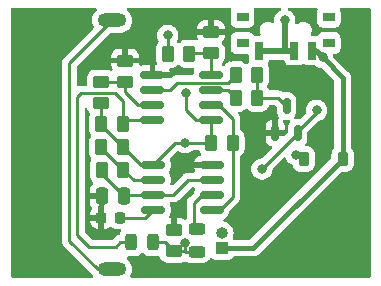
<source format=gbr>
%TF.GenerationSoftware,KiCad,Pcbnew,7.0.5*%
%TF.CreationDate,2023-06-29T16:53:01-03:00*%
%TF.ProjectId,HallCoinDetector,48616c6c-436f-4696-9e44-65746563746f,rev?*%
%TF.SameCoordinates,Original*%
%TF.FileFunction,Copper,L2,Bot*%
%TF.FilePolarity,Positive*%
%FSLAX46Y46*%
G04 Gerber Fmt 4.6, Leading zero omitted, Abs format (unit mm)*
G04 Created by KiCad (PCBNEW 7.0.5) date 2023-06-29 16:53:01*
%MOMM*%
%LPD*%
G01*
G04 APERTURE LIST*
G04 Aperture macros list*
%AMRoundRect*
0 Rectangle with rounded corners*
0 $1 Rounding radius*
0 $2 $3 $4 $5 $6 $7 $8 $9 X,Y pos of 4 corners*
0 Add a 4 corners polygon primitive as box body*
4,1,4,$2,$3,$4,$5,$6,$7,$8,$9,$2,$3,0*
0 Add four circle primitives for the rounded corners*
1,1,$1+$1,$2,$3*
1,1,$1+$1,$4,$5*
1,1,$1+$1,$6,$7*
1,1,$1+$1,$8,$9*
0 Add four rect primitives between the rounded corners*
20,1,$1+$1,$2,$3,$4,$5,0*
20,1,$1+$1,$4,$5,$6,$7,0*
20,1,$1+$1,$6,$7,$8,$9,0*
20,1,$1+$1,$8,$9,$2,$3,0*%
G04 Aperture macros list end*
%TA.AperFunction,ComponentPad*%
%ADD10O,1.000000X1.000000*%
%TD*%
%TA.AperFunction,ComponentPad*%
%ADD11R,1.000000X1.000000*%
%TD*%
%TA.AperFunction,SMDPad,CuDef*%
%ADD12RoundRect,0.243750X0.456250X-0.243750X0.456250X0.243750X-0.456250X0.243750X-0.456250X-0.243750X0*%
%TD*%
%TA.AperFunction,SMDPad,CuDef*%
%ADD13RoundRect,0.243750X0.243750X0.456250X-0.243750X0.456250X-0.243750X-0.456250X0.243750X-0.456250X0*%
%TD*%
%TA.AperFunction,ComponentPad*%
%ADD14O,2.400000X1.200000*%
%TD*%
%TA.AperFunction,SMDPad,CuDef*%
%ADD15R,0.700000X1.500000*%
%TD*%
%TA.AperFunction,SMDPad,CuDef*%
%ADD16R,1.000000X0.800000*%
%TD*%
%TA.AperFunction,SMDPad,CuDef*%
%ADD17RoundRect,0.250000X0.450000X-0.262500X0.450000X0.262500X-0.450000X0.262500X-0.450000X-0.262500X0*%
%TD*%
%TA.AperFunction,SMDPad,CuDef*%
%ADD18RoundRect,0.250000X0.262500X0.450000X-0.262500X0.450000X-0.262500X-0.450000X0.262500X-0.450000X0*%
%TD*%
%TA.AperFunction,SMDPad,CuDef*%
%ADD19RoundRect,0.250000X-0.450000X0.262500X-0.450000X-0.262500X0.450000X-0.262500X0.450000X0.262500X0*%
%TD*%
%TA.AperFunction,SMDPad,CuDef*%
%ADD20RoundRect,0.250000X-0.262500X-0.450000X0.262500X-0.450000X0.262500X0.450000X-0.262500X0.450000X0*%
%TD*%
%TA.AperFunction,SMDPad,CuDef*%
%ADD21RoundRect,0.150000X0.825000X0.150000X-0.825000X0.150000X-0.825000X-0.150000X0.825000X-0.150000X0*%
%TD*%
%TA.AperFunction,SMDPad,CuDef*%
%ADD22RoundRect,0.250000X0.250000X0.475000X-0.250000X0.475000X-0.250000X-0.475000X0.250000X-0.475000X0*%
%TD*%
%TA.AperFunction,SMDPad,CuDef*%
%ADD23RoundRect,0.150000X0.150000X-0.512500X0.150000X0.512500X-0.150000X0.512500X-0.150000X-0.512500X0*%
%TD*%
%TA.AperFunction,SMDPad,CuDef*%
%ADD24RoundRect,0.225000X0.225000X0.250000X-0.225000X0.250000X-0.225000X-0.250000X0.225000X-0.250000X0*%
%TD*%
%TA.AperFunction,SMDPad,CuDef*%
%ADD25RoundRect,0.225000X0.225000X0.375000X-0.225000X0.375000X-0.225000X-0.375000X0.225000X-0.375000X0*%
%TD*%
%TA.AperFunction,SMDPad,CuDef*%
%ADD26RoundRect,0.150000X-0.825000X-0.150000X0.825000X-0.150000X0.825000X0.150000X-0.825000X0.150000X0*%
%TD*%
%TA.AperFunction,ViaPad*%
%ADD27C,0.800000*%
%TD*%
%TA.AperFunction,Conductor*%
%ADD28C,0.500000*%
%TD*%
%TA.AperFunction,Conductor*%
%ADD29C,0.400000*%
%TD*%
%TA.AperFunction,Conductor*%
%ADD30C,0.250000*%
%TD*%
G04 APERTURE END LIST*
D10*
%TO.P,M1,2,-*%
%TO.N,Net-(D3-A)*%
X167741600Y-120690400D03*
D11*
%TO.P,M1,1,+*%
%TO.N,/3V*%
X167741600Y-121960400D03*
%TD*%
D12*
%TO.P,D2,1,K*%
%TO.N,Net-(D1-K)*%
X165608000Y-122247900D03*
%TO.P,D2,2,A*%
%TO.N,Net-(D2-A)*%
X165608000Y-120372900D03*
%TD*%
D13*
%TO.P,D1,1,K*%
%TO.N,Net-(D1-K)*%
X161950400Y-121462800D03*
%TO.P,D1,2,A*%
%TO.N,Net-(D1-A)*%
X160075400Y-121462800D03*
%TD*%
D14*
%TO.P,BT1,1,+*%
%TO.N,/BAT*%
X158445200Y-102666800D03*
X158445200Y-123748800D03*
%TD*%
D15*
%TO.P,SW1,3,C*%
%TO.N,/3V*%
X175400400Y-105239600D03*
%TO.P,SW1,2,B*%
%TO.N,/BAT*%
X173900400Y-105239600D03*
%TO.P,SW1,1,A*%
X170900400Y-105239600D03*
D16*
%TO.P,SW1,*%
%TO.N,*%
X176800400Y-104589600D03*
X176800400Y-102379600D03*
X169500400Y-104589600D03*
X169500400Y-102379600D03*
%TD*%
D17*
%TO.P,R13,1*%
%TO.N,Net-(D1-K)*%
X163677600Y-122222900D03*
%TO.P,R13,2*%
%TO.N,GND*%
X163677600Y-120397900D03*
%TD*%
D18*
%TO.P,R8,1*%
%TO.N,Net-(U3-OUT)*%
X170738800Y-109220000D03*
%TO.P,R8,2*%
%TO.N,Net-(U4B--)*%
X168913800Y-109220000D03*
%TD*%
D19*
%TO.P,R6,1*%
%TO.N,GND*%
X159562800Y-106072300D03*
%TO.P,R6,2*%
%TO.N,Net-(U4A--)*%
X159562800Y-107897300D03*
%TD*%
D18*
%TO.P,R10,1*%
%TO.N,Net-(U1-DIS)*%
X159410400Y-115316000D03*
%TO.P,R10,2*%
%TO.N,Net-(U1-THR)*%
X157585400Y-115316000D03*
%TD*%
D17*
%TO.P,R5,1*%
%TO.N,/+5V*%
X157530800Y-109675300D03*
%TO.P,R5,2*%
%TO.N,Net-(U4A--)*%
X157530800Y-107850300D03*
%TD*%
D20*
%TO.P,r12,1*%
%TO.N,/+5V*%
X166831000Y-113030000D03*
%TO.P,r12,2*%
%TO.N,Net-(U1-R)*%
X168656000Y-113030000D03*
%TD*%
D21*
%TO.P,U1,1,GND*%
%TO.N,GND*%
X166878000Y-114909600D03*
%TO.P,U1,2,TR*%
%TO.N,Net-(U1-THR)*%
X166878000Y-116179600D03*
%TO.P,U1,3,Q*%
%TO.N,Net-(D2-A)*%
X166878000Y-117449600D03*
%TO.P,U1,4,R*%
%TO.N,Net-(U1-R)*%
X166878000Y-118719600D03*
%TO.P,U1,5,CV*%
%TO.N,Net-(U1-CV)*%
X161928000Y-118719600D03*
%TO.P,U1,6,THR*%
%TO.N,Net-(U1-THR)*%
X161928000Y-117449600D03*
%TO.P,U1,7,DIS*%
%TO.N,Net-(U1-DIS)*%
X161928000Y-116179600D03*
%TO.P,U1,8,VCC*%
%TO.N,/+5V*%
X161928000Y-114909600D03*
%TD*%
D18*
%TO.P,R9,1*%
%TO.N,/+5V*%
X159359600Y-113385600D03*
%TO.P,R9,2*%
%TO.N,Net-(U1-DIS)*%
X157534600Y-113385600D03*
%TD*%
D22*
%TO.P,C5,1*%
%TO.N,Net-(U1-THR)*%
X159461200Y-117551200D03*
%TO.P,C5,2*%
%TO.N,GND*%
X157561200Y-117551200D03*
%TD*%
D23*
%TO.P,U3,3,OUT*%
%TO.N,Net-(U3-OUT)*%
X173228000Y-109911300D03*
%TO.P,U3,2,GND*%
%TO.N,GND*%
X172278000Y-112186300D03*
%TO.P,U3,1,VCC*%
%TO.N,/+5V*%
X174178000Y-112186300D03*
%TD*%
D24*
%TO.P,C4,1*%
%TO.N,Net-(U1-CV)*%
X159105600Y-119380000D03*
%TO.P,C4,2*%
%TO.N,GND*%
X157555600Y-119380000D03*
%TD*%
D20*
%TO.P,R7,1*%
%TO.N,Net-(U4A-+)*%
X168911900Y-107289600D03*
%TO.P,R7,2*%
%TO.N,Net-(U3-OUT)*%
X170736900Y-107289600D03*
%TD*%
D25*
%TO.P,D3,2,A*%
%TO.N,Net-(D3-A)*%
X174676800Y-114401600D03*
%TO.P,D3,1,K*%
%TO.N,/3V*%
X177976800Y-114401600D03*
%TD*%
D17*
%TO.P,R4,1*%
%TO.N,Net-(U4B-+)*%
X166827200Y-105460800D03*
%TO.P,R4,2*%
%TO.N,GND*%
X166827200Y-103635800D03*
%TD*%
D20*
%TO.P,R11,2*%
%TO.N,Net-(D1-A)*%
X159359600Y-111455200D03*
%TO.P,R11,1*%
%TO.N,/+5V*%
X157534600Y-111455200D03*
%TD*%
%TO.P,R3,1*%
%TO.N,/+5V*%
X163171500Y-105511600D03*
%TO.P,R3,2*%
%TO.N,Net-(U4B-+)*%
X164996500Y-105511600D03*
%TD*%
D26*
%TO.P,U4,8,V+*%
%TO.N,/+5V*%
X166827200Y-111099600D03*
%TO.P,U4,7*%
%TO.N,Net-(U1-R)*%
X166827200Y-109829600D03*
%TO.P,U4,6,-*%
%TO.N,Net-(U4B--)*%
X166827200Y-108559600D03*
%TO.P,U4,5,+*%
%TO.N,Net-(U4B-+)*%
X166827200Y-107289600D03*
%TO.P,U4,4,V-*%
%TO.N,GND*%
X161877200Y-107289600D03*
%TO.P,U4,3,+*%
%TO.N,Net-(U4A-+)*%
X161877200Y-108559600D03*
%TO.P,U4,2,-*%
%TO.N,Net-(U4A--)*%
X161877200Y-109829600D03*
%TO.P,U4,1*%
%TO.N,Net-(D1-A)*%
X161877200Y-111099600D03*
%TD*%
D27*
%TO.N,Net-(D3-A)*%
X174040800Y-114046000D03*
%TO.N,GND*%
X156108400Y-106781600D03*
X154025600Y-123291600D03*
X161290000Y-123240800D03*
X152349200Y-104343200D03*
X157480000Y-105410000D03*
X168554400Y-105765600D03*
%TO.N,/+5V*%
X164693600Y-108864400D03*
%TO.N,GND*%
X157530800Y-120700800D03*
%TO.N,Net-(D1-K)*%
X164642800Y-121513600D03*
%TO.N,GND*%
X164744400Y-114757200D03*
X164236400Y-118516400D03*
%TO.N,/BAT*%
X173075600Y-102666800D03*
%TO.N,/+5V*%
X171145200Y-115265200D03*
%TO.N,GND*%
X170688000Y-111455200D03*
%TO.N,/3V*%
X176276000Y-105816400D03*
%TO.N,/+5V*%
X164642800Y-113030000D03*
X163169600Y-103936800D03*
X175768000Y-110286800D03*
%TD*%
D28*
%TO.N,/BAT*%
X173075600Y-102666800D02*
X173075600Y-105239600D01*
D29*
%TO.N,/3V*%
X170418000Y-121960400D02*
X177976800Y-114401600D01*
X167741600Y-121960400D02*
X170418000Y-121960400D01*
D30*
%TO.N,/BAT*%
X154838400Y-106273600D02*
X158445200Y-102666800D01*
X154838400Y-121361200D02*
X154838400Y-106273600D01*
X157226000Y-123748800D02*
X154838400Y-121361200D01*
X158445200Y-123748800D02*
X157226000Y-123748800D01*
%TO.N,Net-(U4A--)*%
X160680400Y-109829600D02*
X159562800Y-108712000D01*
X159562800Y-108712000D02*
X159562800Y-107897300D01*
X161877200Y-109829600D02*
X160680400Y-109829600D01*
X159515800Y-107850300D02*
X159562800Y-107897300D01*
X157530800Y-107850300D02*
X159515800Y-107850300D01*
%TO.N,Net-(U1-R)*%
X168656000Y-117663376D02*
X168656000Y-113030000D01*
X166878000Y-118719600D02*
X167599776Y-118719600D01*
X167599776Y-118719600D02*
X168656000Y-117663376D01*
D29*
%TO.N,/3V*%
X177976800Y-107517200D02*
X176276000Y-105816400D01*
X177976800Y-114401600D02*
X177976800Y-107517200D01*
D30*
%TO.N,/+5V*%
X164693600Y-110236000D02*
X165557200Y-111099600D01*
X164693600Y-108864400D02*
X164693600Y-110236000D01*
X165557200Y-111099600D02*
X166827200Y-111099600D01*
%TO.N,Net-(D1-A)*%
X159359600Y-109524800D02*
X159359600Y-111455200D01*
X155830200Y-108837800D02*
X158672600Y-108837800D01*
X158672600Y-108837800D02*
X159359600Y-109524800D01*
X155498800Y-109169200D02*
X155830200Y-108837800D01*
X155498800Y-120853200D02*
X155498800Y-109169200D01*
X156514800Y-121869200D02*
X155498800Y-120853200D01*
X158750000Y-121869200D02*
X156514800Y-121869200D01*
X159156400Y-121462800D02*
X158750000Y-121869200D01*
X160075400Y-121462800D02*
X159156400Y-121462800D01*
%TO.N,/+5V*%
X157534600Y-111560600D02*
X159359600Y-113385600D01*
X157534600Y-111455200D02*
X157534600Y-111560600D01*
X157530800Y-111451400D02*
X157534600Y-111455200D01*
X157530800Y-109675300D02*
X157530800Y-111451400D01*
%TO.N,Net-(D1-A)*%
X159715200Y-111099600D02*
X159359600Y-111455200D01*
X161877200Y-111099600D02*
X159715200Y-111099600D01*
%TO.N,Net-(D1-K)*%
X162917500Y-121462800D02*
X163677600Y-122222900D01*
X161950400Y-121462800D02*
X162917500Y-121462800D01*
X164617800Y-122222900D02*
X164642800Y-122247900D01*
X163677600Y-122222900D02*
X164617800Y-122222900D01*
X165608000Y-122247900D02*
X164642800Y-122247900D01*
X164642800Y-121513600D02*
X164642800Y-122247900D01*
%TO.N,Net-(D2-A)*%
X166065200Y-117449600D02*
X166878000Y-117449600D01*
X165404800Y-118110000D02*
X166065200Y-117449600D01*
X165404800Y-120169700D02*
X165404800Y-118110000D01*
X165608000Y-120372900D02*
X165404800Y-120169700D01*
D28*
%TO.N,/BAT*%
X173075600Y-105239600D02*
X170900400Y-105239600D01*
X173900400Y-105239600D02*
X173075600Y-105239600D01*
D30*
%TO.N,/+5V*%
X171145200Y-115219100D02*
X171145200Y-115265200D01*
X174178000Y-112186300D02*
X171145200Y-115219100D01*
X175768000Y-110463800D02*
X174025600Y-112206200D01*
X175768000Y-110286800D02*
X175768000Y-110463800D01*
D28*
%TO.N,/3V*%
X176276000Y-105816400D02*
X175699200Y-105239600D01*
X175699200Y-105239600D02*
X175400400Y-105239600D01*
D29*
%TO.N,/BAT*%
X173900400Y-105239600D02*
X173900400Y-105639600D01*
D30*
%TO.N,Net-(U3-OUT)*%
X172466000Y-109220000D02*
X170738800Y-109220000D01*
X173157300Y-109911300D02*
X172466000Y-109220000D01*
X173228000Y-109911300D02*
X173157300Y-109911300D01*
%TO.N,/+5V*%
X163169600Y-105509700D02*
X163169600Y-103936800D01*
X163171500Y-105511600D02*
X163169600Y-105509700D01*
%TO.N,Net-(U4B-+)*%
X165047300Y-105460800D02*
X164996500Y-105511600D01*
X166827200Y-105460800D02*
X165047300Y-105460800D01*
X166827200Y-107289600D02*
X166827200Y-105460800D01*
%TO.N,/+5V*%
X163807600Y-113030000D02*
X161928000Y-114909600D01*
X160883600Y-114909600D02*
X159359600Y-113385600D01*
X166827200Y-113026200D02*
X166831000Y-113030000D01*
X166831000Y-113030000D02*
X163807600Y-113030000D01*
X157532700Y-111148500D02*
X157534600Y-111150400D01*
X159359600Y-113385600D02*
X159359600Y-112975400D01*
X166827200Y-111099600D02*
X166827200Y-113026200D01*
X161928000Y-114909600D02*
X160883600Y-114909600D01*
%TO.N,Net-(U4A-+)*%
X163947000Y-107934600D02*
X168266900Y-107934600D01*
X161877200Y-108559600D02*
X163322000Y-108559600D01*
X163322000Y-108559600D02*
X163947000Y-107934600D01*
X168266900Y-107934600D02*
X168911900Y-107289600D01*
%TO.N,Net-(U3-OUT)*%
X170736900Y-109218100D02*
X170738800Y-109220000D01*
X170736900Y-107289600D02*
X170736900Y-109218100D01*
%TO.N,Net-(U4B--)*%
X166878000Y-108508800D02*
X166827200Y-108559600D01*
X166827200Y-108559600D02*
X168253400Y-108559600D01*
X168253400Y-108559600D02*
X168913800Y-109220000D01*
%TO.N,Net-(U1-DIS)*%
X161928000Y-116179600D02*
X160274000Y-116179600D01*
X157534600Y-113440200D02*
X159410400Y-115316000D01*
X160274000Y-116179600D02*
X159410400Y-115316000D01*
X157534600Y-113385600D02*
X157534600Y-113440200D01*
%TO.N,Net-(U1-THR)*%
X161928000Y-117449600D02*
X159562800Y-117449600D01*
X161928000Y-117449600D02*
X163626800Y-117449600D01*
X157585400Y-115316000D02*
X157585400Y-115675400D01*
X164896800Y-116179600D02*
X166878000Y-116179600D01*
X159562800Y-117449600D02*
X159461200Y-117551200D01*
X163626800Y-117449600D02*
X164896800Y-116179600D01*
X157585400Y-115675400D02*
X159461200Y-117551200D01*
%TO.N,Net-(D1-A)*%
X159410400Y-111099600D02*
X159359600Y-111150400D01*
%TO.N,Net-(U1-R)*%
X168656000Y-113030000D02*
X168656000Y-110998000D01*
X167487600Y-109829600D02*
X166827200Y-109829600D01*
X168656000Y-110998000D02*
X167487600Y-109829600D01*
%TO.N,Net-(U1-CV)*%
X159105600Y-119380000D02*
X161267600Y-119380000D01*
X161267600Y-119380000D02*
X161928000Y-118719600D01*
%TD*%
%TA.AperFunction,Conductor*%
%TO.N,GND*%
G36*
X157129589Y-101620185D02*
G01*
X157175344Y-101672989D01*
X157185288Y-101742147D01*
X157156263Y-101805703D01*
X157139202Y-101821970D01*
X157082316Y-101866705D01*
X157082312Y-101866709D01*
X156944678Y-102025546D01*
X156839598Y-102207550D01*
X156770856Y-102406165D01*
X156770856Y-102406167D01*
X156756004Y-102509470D01*
X156740946Y-102614201D01*
X156750945Y-102824127D01*
X156800496Y-103028378D01*
X156889676Y-103223651D01*
X156899620Y-103292809D01*
X156870595Y-103356365D01*
X156864563Y-103362844D01*
X154454608Y-105772799D01*
X154442351Y-105782620D01*
X154442534Y-105782841D01*
X154436522Y-105787814D01*
X154389832Y-105837532D01*
X154388479Y-105838929D01*
X154368289Y-105859119D01*
X154368277Y-105859132D01*
X154364021Y-105864617D01*
X154360237Y-105869047D01*
X154328337Y-105903018D01*
X154328336Y-105903020D01*
X154318684Y-105920576D01*
X154308010Y-105936826D01*
X154295729Y-105952661D01*
X154295724Y-105952668D01*
X154277215Y-105995438D01*
X154274645Y-106000684D01*
X154252203Y-106041506D01*
X154247222Y-106060907D01*
X154240921Y-106079310D01*
X154232962Y-106097702D01*
X154232961Y-106097705D01*
X154225671Y-106143727D01*
X154224487Y-106149446D01*
X154212901Y-106194572D01*
X154212900Y-106194582D01*
X154212900Y-106214616D01*
X154211373Y-106234015D01*
X154208240Y-106253794D01*
X154208240Y-106253795D01*
X154212625Y-106300183D01*
X154212900Y-106306021D01*
X154212900Y-121278455D01*
X154211175Y-121294072D01*
X154211461Y-121294099D01*
X154210726Y-121301866D01*
X154212869Y-121370046D01*
X154212900Y-121371993D01*
X154212900Y-121400543D01*
X154212901Y-121400560D01*
X154213768Y-121407431D01*
X154214226Y-121413250D01*
X154215690Y-121459824D01*
X154215691Y-121459827D01*
X154221280Y-121479067D01*
X154225224Y-121498111D01*
X154227736Y-121517991D01*
X154244890Y-121561319D01*
X154246782Y-121566847D01*
X154259781Y-121611588D01*
X154269980Y-121628834D01*
X154278538Y-121646303D01*
X154285914Y-121664932D01*
X154313298Y-121702623D01*
X154316506Y-121707507D01*
X154340227Y-121747616D01*
X154340233Y-121747624D01*
X154354390Y-121761780D01*
X154367028Y-121776576D01*
X154378805Y-121792786D01*
X154378806Y-121792787D01*
X154414709Y-121822488D01*
X154419020Y-121826410D01*
X156184079Y-123591470D01*
X156725197Y-124132588D01*
X156735022Y-124144851D01*
X156735243Y-124144669D01*
X156740211Y-124150674D01*
X156789932Y-124197366D01*
X156791332Y-124198723D01*
X156811523Y-124218915D01*
X156811527Y-124218918D01*
X156811529Y-124218920D01*
X156817011Y-124223173D01*
X156821443Y-124226957D01*
X156840771Y-124245108D01*
X156876166Y-124305348D01*
X156873374Y-124375162D01*
X156833281Y-124432383D01*
X156768616Y-124458845D01*
X156755888Y-124459500D01*
X150034524Y-124459500D01*
X149967485Y-124439815D01*
X149921730Y-124387011D01*
X149910524Y-124335776D01*
X149860500Y-101824862D01*
X149860500Y-101724500D01*
X149880185Y-101657461D01*
X149932989Y-101611706D01*
X149984500Y-101600500D01*
X157062550Y-101600500D01*
X157129589Y-101620185D01*
G37*
%TD.AperFunction*%
%TA.AperFunction,Conductor*%
G36*
X175796061Y-101620185D02*
G01*
X175841816Y-101672989D01*
X175851760Y-101742147D01*
X175845204Y-101767833D01*
X175806308Y-101872117D01*
X175805176Y-101882651D01*
X175799901Y-101931723D01*
X175799900Y-101931735D01*
X175799900Y-102827470D01*
X175799901Y-102827476D01*
X175806308Y-102887083D01*
X175856602Y-103021928D01*
X175856606Y-103021935D01*
X175942852Y-103137144D01*
X175942855Y-103137147D01*
X176058064Y-103223393D01*
X176058071Y-103223397D01*
X176192917Y-103273691D01*
X176192916Y-103273691D01*
X176199844Y-103274435D01*
X176252527Y-103280100D01*
X177348272Y-103280099D01*
X177407883Y-103273691D01*
X177542731Y-103223396D01*
X177657946Y-103137146D01*
X177744196Y-103021931D01*
X177794491Y-102887083D01*
X177800900Y-102827473D01*
X177800899Y-101931728D01*
X177794491Y-101872117D01*
X177792474Y-101866708D01*
X177755596Y-101767833D01*
X177750612Y-101698141D01*
X177784097Y-101636818D01*
X177845421Y-101603334D01*
X177871778Y-101600500D01*
X180215500Y-101600500D01*
X180282539Y-101620185D01*
X180328294Y-101672989D01*
X180339500Y-101724500D01*
X180339500Y-124335500D01*
X180319815Y-124402539D01*
X180267011Y-124448294D01*
X180215500Y-124459500D01*
X160120401Y-124459500D01*
X160053362Y-124439815D01*
X160007607Y-124387011D01*
X159997663Y-124317853D01*
X160013014Y-124273500D01*
X160050801Y-124208049D01*
X160050800Y-124208049D01*
X160050804Y-124208044D01*
X160119544Y-124009433D01*
X160149454Y-123801402D01*
X160139454Y-123591470D01*
X160089904Y-123387224D01*
X160089901Y-123387217D01*
X160002601Y-123196056D01*
X160002598Y-123196051D01*
X160002597Y-123196050D01*
X160002596Y-123196047D01*
X159880686Y-123024848D01*
X159728578Y-122879814D01*
X159725672Y-122877043D01*
X159690737Y-122816534D01*
X159694062Y-122746744D01*
X159734590Y-122689830D01*
X159799455Y-122663862D01*
X159811242Y-122663300D01*
X160368743Y-122663300D01*
X160368748Y-122663300D01*
X160470675Y-122652887D01*
X160635825Y-122598162D01*
X160783903Y-122506826D01*
X160906926Y-122383803D01*
X160907358Y-122383101D01*
X160907781Y-122382721D01*
X160911407Y-122378136D01*
X160912190Y-122378755D01*
X160959302Y-122336375D01*
X161028264Y-122325149D01*
X161092348Y-122352988D01*
X161114242Y-122378255D01*
X161114393Y-122378136D01*
X161117043Y-122381487D01*
X161118440Y-122383099D01*
X161118874Y-122383803D01*
X161118875Y-122383804D01*
X161241896Y-122506825D01*
X161241900Y-122506828D01*
X161389966Y-122598157D01*
X161389969Y-122598158D01*
X161389975Y-122598162D01*
X161555125Y-122652887D01*
X161657052Y-122663300D01*
X161657057Y-122663300D01*
X162243743Y-122663300D01*
X162243748Y-122663300D01*
X162345675Y-122652887D01*
X162360239Y-122648060D01*
X162430064Y-122645658D01*
X162490107Y-122681388D01*
X162516948Y-122726760D01*
X162523570Y-122746744D01*
X162542785Y-122804731D01*
X162542787Y-122804736D01*
X162550064Y-122816534D01*
X162634888Y-122954056D01*
X162758944Y-123078112D01*
X162908266Y-123170214D01*
X163074803Y-123225399D01*
X163177591Y-123235900D01*
X164177608Y-123235899D01*
X164177616Y-123235898D01*
X164177619Y-123235898D01*
X164233902Y-123230148D01*
X164280397Y-123225399D01*
X164446934Y-123170214D01*
X164575465Y-123090935D01*
X164642856Y-123072495D01*
X164705656Y-123090935D01*
X164824120Y-123164005D01*
X164834186Y-123170214D01*
X164835075Y-123170762D01*
X165000225Y-123225487D01*
X165102152Y-123235900D01*
X165102157Y-123235900D01*
X166113843Y-123235900D01*
X166113848Y-123235900D01*
X166215775Y-123225487D01*
X166380925Y-123170762D01*
X166529003Y-123079426D01*
X166652026Y-122956403D01*
X166712515Y-122858334D01*
X166764462Y-122811611D01*
X166833425Y-122800390D01*
X166892363Y-122824166D01*
X166966699Y-122879814D01*
X166999268Y-122904195D01*
X166999271Y-122904197D01*
X167134117Y-122954491D01*
X167134116Y-122954491D01*
X167141044Y-122955235D01*
X167193727Y-122960900D01*
X168289472Y-122960899D01*
X168349083Y-122954491D01*
X168483931Y-122904196D01*
X168599146Y-122817946D01*
X168679514Y-122710588D01*
X168735447Y-122668718D01*
X168778780Y-122660900D01*
X170394952Y-122660900D01*
X170398697Y-122661013D01*
X170406042Y-122661457D01*
X170460606Y-122664758D01*
X170498314Y-122657847D01*
X170521621Y-122653577D01*
X170525325Y-122653013D01*
X170543170Y-122650846D01*
X170586872Y-122645540D01*
X170596335Y-122641950D01*
X170617961Y-122635922D01*
X170618893Y-122635751D01*
X170627932Y-122634095D01*
X170684512Y-122608629D01*
X170687942Y-122607209D01*
X170745930Y-122585218D01*
X170754266Y-122579462D01*
X170773821Y-122568434D01*
X170783057Y-122564278D01*
X170831896Y-122526013D01*
X170834876Y-122523821D01*
X170885929Y-122488583D01*
X170927065Y-122442148D01*
X170929599Y-122439456D01*
X177830637Y-115538417D01*
X177891960Y-115504933D01*
X177918318Y-115502099D01*
X178250138Y-115502099D01*
X178250144Y-115502099D01*
X178250152Y-115502098D01*
X178250155Y-115502098D01*
X178304560Y-115496540D01*
X178349508Y-115491949D01*
X178510497Y-115438603D01*
X178654844Y-115349568D01*
X178774768Y-115229644D01*
X178863803Y-115085297D01*
X178917149Y-114924308D01*
X178927300Y-114824945D01*
X178927299Y-113978256D01*
X178924275Y-113948657D01*
X178917149Y-113878892D01*
X178917148Y-113878889D01*
X178881184Y-113770357D01*
X178863803Y-113717903D01*
X178863799Y-113717897D01*
X178863798Y-113717894D01*
X178774770Y-113573559D01*
X178774767Y-113573555D01*
X178713619Y-113512407D01*
X178680134Y-113451084D01*
X178677300Y-113424726D01*
X178677300Y-107540235D01*
X178677413Y-107536490D01*
X178681157Y-107474594D01*
X178669977Y-107413586D01*
X178669415Y-107409889D01*
X178661940Y-107348329D01*
X178661939Y-107348325D01*
X178658346Y-107338851D01*
X178652319Y-107317229D01*
X178651341Y-107311890D01*
X178650494Y-107307268D01*
X178625039Y-107250712D01*
X178623609Y-107247257D01*
X178601618Y-107189270D01*
X178595859Y-107180927D01*
X178584830Y-107161372D01*
X178580677Y-107152143D01*
X178580674Y-107152138D01*
X178542433Y-107103327D01*
X178540213Y-107100310D01*
X178521982Y-107073898D01*
X178504983Y-107049271D01*
X178458550Y-107008135D01*
X178455856Y-107005599D01*
X177202503Y-105752246D01*
X177169018Y-105690923D01*
X177166866Y-105677546D01*
X177161674Y-105628144D01*
X177161672Y-105628139D01*
X177161559Y-105627060D01*
X177174129Y-105558330D01*
X177221861Y-105507307D01*
X177284880Y-105490099D01*
X177348271Y-105490099D01*
X177348272Y-105490099D01*
X177407883Y-105483691D01*
X177542731Y-105433396D01*
X177657946Y-105347146D01*
X177744196Y-105231931D01*
X177794491Y-105097083D01*
X177800900Y-105037473D01*
X177800899Y-104141728D01*
X177794491Y-104082117D01*
X177782881Y-104050990D01*
X177744197Y-103947271D01*
X177744193Y-103947264D01*
X177657947Y-103832055D01*
X177657944Y-103832052D01*
X177542735Y-103745806D01*
X177542728Y-103745802D01*
X177407882Y-103695508D01*
X177407883Y-103695508D01*
X177348283Y-103689101D01*
X177348281Y-103689100D01*
X177348273Y-103689100D01*
X177348264Y-103689100D01*
X176252529Y-103689100D01*
X176252523Y-103689101D01*
X176192916Y-103695508D01*
X176058071Y-103745802D01*
X176058064Y-103745806D01*
X175942856Y-103832052D01*
X175942855Y-103832053D01*
X175942854Y-103832054D01*
X175862487Y-103939411D01*
X175806553Y-103981282D01*
X175763220Y-103989100D01*
X175379233Y-103989100D01*
X175312194Y-103969415D01*
X175266439Y-103916611D01*
X175256495Y-103847453D01*
X175269437Y-103807474D01*
X175300365Y-103748544D01*
X175310190Y-103729825D01*
X175350900Y-103564656D01*
X175350900Y-103394544D01*
X175310190Y-103229375D01*
X175307186Y-103223651D01*
X175231136Y-103078750D01*
X175180802Y-103021935D01*
X175118329Y-102951417D01*
X175025126Y-102887083D01*
X174978331Y-102854782D01*
X174819274Y-102794460D01*
X174819268Y-102794459D01*
X174692774Y-102779100D01*
X174692772Y-102779100D01*
X174608028Y-102779100D01*
X174608026Y-102779100D01*
X174481531Y-102794459D01*
X174481525Y-102794460D01*
X174322468Y-102854782D01*
X174182470Y-102951417D01*
X174176396Y-102958274D01*
X174117206Y-102995399D01*
X174047340Y-102994631D01*
X173988981Y-102956212D01*
X173960657Y-102892340D01*
X173961852Y-102861651D01*
X173960594Y-102861519D01*
X173961272Y-102855059D01*
X173961274Y-102855056D01*
X173981060Y-102666800D01*
X173961274Y-102478544D01*
X173902779Y-102298516D01*
X173808133Y-102134584D01*
X173681471Y-101993912D01*
X173681470Y-101993911D01*
X173528334Y-101882651D01*
X173528329Y-101882648D01*
X173427552Y-101837779D01*
X173374315Y-101792529D01*
X173353994Y-101725680D01*
X173373040Y-101658456D01*
X173425406Y-101612201D01*
X173477988Y-101600500D01*
X175729022Y-101600500D01*
X175796061Y-101620185D01*
G37*
%TD.AperFunction*%
%TA.AperFunction,Conductor*%
G36*
X173000462Y-106009785D02*
G01*
X173046217Y-106062589D01*
X173053666Y-106089734D01*
X173054524Y-106089532D01*
X173056307Y-106097079D01*
X173106602Y-106231928D01*
X173106606Y-106231935D01*
X173192852Y-106347144D01*
X173192855Y-106347147D01*
X173308064Y-106433393D01*
X173308071Y-106433397D01*
X173442917Y-106483691D01*
X173442916Y-106483691D01*
X173449844Y-106484435D01*
X173502527Y-106490100D01*
X174298272Y-106490099D01*
X174357883Y-106483691D01*
X174492731Y-106433396D01*
X174576089Y-106370993D01*
X174641553Y-106346577D01*
X174709826Y-106361428D01*
X174724709Y-106370993D01*
X174762047Y-106398944D01*
X174808069Y-106433396D01*
X174808071Y-106433397D01*
X174853018Y-106450161D01*
X174942917Y-106483691D01*
X175002527Y-106490100D01*
X175630955Y-106490099D01*
X175697994Y-106509783D01*
X175703840Y-106513781D01*
X175823265Y-106600548D01*
X175823270Y-106600551D01*
X175996191Y-106677542D01*
X175996193Y-106677542D01*
X175996197Y-106677544D01*
X176151130Y-106710475D01*
X176212607Y-106743666D01*
X176213026Y-106744083D01*
X177239981Y-107771038D01*
X177273466Y-107832361D01*
X177276300Y-107858719D01*
X177276300Y-113424726D01*
X177256615Y-113491765D01*
X177239981Y-113512407D01*
X177178832Y-113573555D01*
X177178829Y-113573559D01*
X177089801Y-113717894D01*
X177089796Y-113717905D01*
X177036451Y-113878890D01*
X177026300Y-113978247D01*
X177026300Y-114310081D01*
X177006615Y-114377120D01*
X176989981Y-114397762D01*
X170164162Y-121223581D01*
X170102839Y-121257066D01*
X170076481Y-121259900D01*
X168778779Y-121259900D01*
X168711740Y-121240215D01*
X168679397Y-121210056D01*
X168679249Y-121209858D01*
X168654937Y-121144357D01*
X168668492Y-121080924D01*
X168668083Y-121080755D01*
X168669004Y-121078529D01*
X168669277Y-121077253D01*
X168670414Y-121075127D01*
X168727624Y-120886532D01*
X168746941Y-120690400D01*
X168727624Y-120494268D01*
X168670414Y-120305673D01*
X168670411Y-120305669D01*
X168670411Y-120305666D01*
X168577513Y-120131867D01*
X168577509Y-120131860D01*
X168452483Y-119979516D01*
X168300139Y-119854490D01*
X168300132Y-119854486D01*
X168126328Y-119761586D01*
X167957525Y-119710379D01*
X167899087Y-119672081D01*
X167870630Y-119608269D01*
X167881191Y-119539202D01*
X167927416Y-119486809D01*
X167958928Y-119472642D01*
X167963398Y-119471344D01*
X168104865Y-119387681D01*
X168221081Y-119271465D01*
X168304744Y-119129998D01*
X168350598Y-118972169D01*
X168353500Y-118935294D01*
X168353500Y-118901827D01*
X168373182Y-118834791D01*
X168389813Y-118814152D01*
X169039788Y-118164177D01*
X169052042Y-118154362D01*
X169051859Y-118154140D01*
X169057868Y-118149167D01*
X169057877Y-118149162D01*
X169104607Y-118099398D01*
X169105846Y-118098119D01*
X169126120Y-118077847D01*
X169130379Y-118072354D01*
X169134152Y-118067937D01*
X169166062Y-118033958D01*
X169175713Y-118016400D01*
X169186396Y-118000137D01*
X169198673Y-117984312D01*
X169217185Y-117941529D01*
X169219738Y-117936317D01*
X169242197Y-117895468D01*
X169247180Y-117876056D01*
X169253481Y-117857656D01*
X169261437Y-117839272D01*
X169268729Y-117793228D01*
X169269906Y-117787547D01*
X169281500Y-117742395D01*
X169281500Y-117722358D01*
X169283027Y-117702958D01*
X169286160Y-117683180D01*
X169281775Y-117636791D01*
X169281500Y-117630953D01*
X169281500Y-114207087D01*
X169301185Y-114140048D01*
X169340402Y-114101548D01*
X169387156Y-114072712D01*
X169511212Y-113948656D01*
X169603314Y-113799334D01*
X169658499Y-113632797D01*
X169669000Y-113530009D01*
X169668999Y-112529992D01*
X169658499Y-112427203D01*
X169603314Y-112260666D01*
X169511212Y-112111344D01*
X169387156Y-111987288D01*
X169387155Y-111987287D01*
X169340402Y-111958449D01*
X169320481Y-111936300D01*
X171478000Y-111936300D01*
X172028000Y-111936300D01*
X172028000Y-111026503D01*
X172025503Y-111026700D01*
X171867806Y-111072516D01*
X171867803Y-111072517D01*
X171726447Y-111156114D01*
X171726438Y-111156121D01*
X171610321Y-111272238D01*
X171610314Y-111272247D01*
X171526717Y-111413603D01*
X171526716Y-111413606D01*
X171480900Y-111571304D01*
X171480899Y-111571310D01*
X171478000Y-111608150D01*
X171478000Y-111936300D01*
X169320481Y-111936300D01*
X169293678Y-111906500D01*
X169281500Y-111852911D01*
X169281500Y-111080738D01*
X169283224Y-111065124D01*
X169282938Y-111065097D01*
X169283672Y-111057334D01*
X169281531Y-110989171D01*
X169281500Y-110987224D01*
X169281500Y-110958651D01*
X169281500Y-110958650D01*
X169280629Y-110951759D01*
X169280172Y-110945945D01*
X169280044Y-110941881D01*
X169278709Y-110899373D01*
X169273122Y-110880144D01*
X169269174Y-110861084D01*
X169268078Y-110852404D01*
X169266664Y-110841208D01*
X169249507Y-110797875D01*
X169247619Y-110792359D01*
X169234619Y-110747612D01*
X169224418Y-110730363D01*
X169215860Y-110712894D01*
X169208486Y-110694268D01*
X169208483Y-110694264D01*
X169208483Y-110694263D01*
X169181098Y-110656571D01*
X169177890Y-110651688D01*
X169168665Y-110636090D01*
X169154170Y-110611579D01*
X169154167Y-110611576D01*
X169150351Y-110605123D01*
X169133167Y-110537399D01*
X169155326Y-110471136D01*
X169209791Y-110427372D01*
X169244478Y-110418642D01*
X169329097Y-110409999D01*
X169495634Y-110354814D01*
X169644956Y-110262712D01*
X169738619Y-110169049D01*
X169799942Y-110135564D01*
X169869634Y-110140548D01*
X169913981Y-110169048D01*
X170007644Y-110262712D01*
X170156966Y-110354814D01*
X170323503Y-110409999D01*
X170426291Y-110420500D01*
X171051308Y-110420499D01*
X171051316Y-110420498D01*
X171051319Y-110420498D01*
X171129731Y-110412488D01*
X171154097Y-110409999D01*
X171320634Y-110354814D01*
X171469956Y-110262712D01*
X171594012Y-110138656D01*
X171686114Y-109989334D01*
X171705611Y-109930493D01*
X171745384Y-109873051D01*
X171809900Y-109846228D01*
X171823317Y-109845500D01*
X172155548Y-109845500D01*
X172222587Y-109865185D01*
X172243228Y-109881818D01*
X172391181Y-110029771D01*
X172424665Y-110091093D01*
X172427499Y-110117451D01*
X172427499Y-110489486D01*
X172427500Y-110489501D01*
X172430401Y-110526367D01*
X172430402Y-110526373D01*
X172476254Y-110684193D01*
X172476255Y-110684196D01*
X172476256Y-110684198D01*
X172503558Y-110730363D01*
X172559917Y-110825662D01*
X172564702Y-110831831D01*
X172563018Y-110833136D01*
X172591246Y-110884831D01*
X172586262Y-110954523D01*
X172554234Y-111002261D01*
X172528000Y-111026502D01*
X172528000Y-111936300D01*
X173078000Y-111936300D01*
X173078000Y-111608165D01*
X173077999Y-111608150D01*
X173075100Y-111571310D01*
X173075099Y-111571304D01*
X173029283Y-111413606D01*
X173029282Y-111413603D01*
X172941712Y-111265529D01*
X172943433Y-111264511D01*
X172921743Y-111209255D01*
X172935428Y-111140738D01*
X172983983Y-111090497D01*
X173045258Y-111074300D01*
X173410105Y-111074300D01*
X173477144Y-111093985D01*
X173522899Y-111146789D01*
X173532843Y-111215947D01*
X173512328Y-111264296D01*
X173513890Y-111265220D01*
X173426255Y-111413403D01*
X173426254Y-111413406D01*
X173380402Y-111571226D01*
X173380401Y-111571232D01*
X173377500Y-111608098D01*
X173377500Y-112050847D01*
X173357815Y-112117886D01*
X173341181Y-112138528D01*
X173079728Y-112399981D01*
X173018405Y-112433466D01*
X172992047Y-112436300D01*
X171478000Y-112436300D01*
X171478000Y-112764449D01*
X171480899Y-112801289D01*
X171480900Y-112801295D01*
X171526716Y-112958993D01*
X171526717Y-112958996D01*
X171610314Y-113100352D01*
X171610321Y-113100361D01*
X171726438Y-113216478D01*
X171726447Y-113216485D01*
X171867803Y-113300082D01*
X171867802Y-113300082D01*
X171908079Y-113311783D01*
X171966965Y-113349389D01*
X171996173Y-113412861D01*
X171986428Y-113482047D01*
X171961167Y-113518541D01*
X171151328Y-114328381D01*
X171090005Y-114361866D01*
X171063647Y-114364700D01*
X171050554Y-114364700D01*
X171018097Y-114371598D01*
X170865397Y-114404055D01*
X170865392Y-114404057D01*
X170692470Y-114481048D01*
X170692465Y-114481051D01*
X170539329Y-114592311D01*
X170412666Y-114732985D01*
X170318021Y-114896915D01*
X170318018Y-114896922D01*
X170259527Y-115076940D01*
X170259526Y-115076944D01*
X170239740Y-115265200D01*
X170259526Y-115453456D01*
X170259527Y-115453459D01*
X170318018Y-115633477D01*
X170318021Y-115633484D01*
X170412667Y-115797416D01*
X170521958Y-115918796D01*
X170539329Y-115938088D01*
X170692465Y-116049348D01*
X170692470Y-116049351D01*
X170865392Y-116126342D01*
X170865397Y-116126344D01*
X171050554Y-116165700D01*
X171050555Y-116165700D01*
X171239844Y-116165700D01*
X171239846Y-116165700D01*
X171425003Y-116126344D01*
X171597930Y-116049351D01*
X171751071Y-115938088D01*
X171877733Y-115797416D01*
X171972379Y-115633484D01*
X172030874Y-115453456D01*
X172050660Y-115265200D01*
X172050473Y-115263425D01*
X172050660Y-115262405D01*
X172050660Y-115258700D01*
X172051337Y-115258700D01*
X172063037Y-115194697D01*
X172086109Y-115162779D01*
X172977590Y-114271298D01*
X173038912Y-114237815D01*
X173108604Y-114242799D01*
X173164537Y-114284671D01*
X173183201Y-114320663D01*
X173213618Y-114414277D01*
X173213621Y-114414284D01*
X173308267Y-114578216D01*
X173381544Y-114659598D01*
X173434929Y-114718888D01*
X173588065Y-114830148D01*
X173588070Y-114830151D01*
X173675491Y-114869074D01*
X173728728Y-114914324D01*
X173742761Y-114943349D01*
X173789796Y-115085294D01*
X173789801Y-115085305D01*
X173878829Y-115229640D01*
X173878832Y-115229644D01*
X173998755Y-115349567D01*
X173998759Y-115349570D01*
X174143094Y-115438598D01*
X174143097Y-115438599D01*
X174143103Y-115438603D01*
X174304092Y-115491949D01*
X174403455Y-115502100D01*
X174950144Y-115502099D01*
X174950152Y-115502098D01*
X174950155Y-115502098D01*
X175004560Y-115496540D01*
X175049508Y-115491949D01*
X175210497Y-115438603D01*
X175354844Y-115349568D01*
X175474768Y-115229644D01*
X175563803Y-115085297D01*
X175617149Y-114924308D01*
X175627300Y-114824945D01*
X175627299Y-113978256D01*
X175624275Y-113948657D01*
X175617149Y-113878892D01*
X175617148Y-113878889D01*
X175581184Y-113770357D01*
X175563803Y-113717903D01*
X175563799Y-113717897D01*
X175563798Y-113717894D01*
X175474770Y-113573559D01*
X175474767Y-113573555D01*
X175354844Y-113453632D01*
X175354840Y-113453629D01*
X175210505Y-113364601D01*
X175210499Y-113364598D01*
X175210497Y-113364597D01*
X175164602Y-113349389D01*
X175049509Y-113311251D01*
X174950152Y-113301100D01*
X174950145Y-113301100D01*
X174943723Y-113301100D01*
X174876684Y-113281415D01*
X174830929Y-113228611D01*
X174820985Y-113159453D01*
X174842885Y-113107838D01*
X174842110Y-113107380D01*
X174845543Y-113101574D01*
X174845746Y-113101097D01*
X174846077Y-113100668D01*
X174846081Y-113100665D01*
X174929744Y-112959198D01*
X174975598Y-112801369D01*
X174978500Y-112764494D01*
X174978500Y-112189250D01*
X174998185Y-112122212D01*
X175014815Y-112101574D01*
X175921053Y-111195335D01*
X175982374Y-111161852D01*
X175982724Y-111161776D01*
X176047803Y-111147944D01*
X176220730Y-111070951D01*
X176373871Y-110959688D01*
X176500533Y-110819016D01*
X176595179Y-110655084D01*
X176653674Y-110475056D01*
X176673460Y-110286800D01*
X176653674Y-110098544D01*
X176595179Y-109918516D01*
X176500533Y-109754584D01*
X176373871Y-109613912D01*
X176323110Y-109577032D01*
X176220734Y-109502651D01*
X176220729Y-109502648D01*
X176047807Y-109425657D01*
X176047802Y-109425655D01*
X175902001Y-109394665D01*
X175862646Y-109386300D01*
X175673354Y-109386300D01*
X175640897Y-109393198D01*
X175488197Y-109425655D01*
X175488192Y-109425657D01*
X175315270Y-109502648D01*
X175315265Y-109502651D01*
X175162129Y-109613911D01*
X175035466Y-109754585D01*
X174940821Y-109918515D01*
X174940818Y-109918522D01*
X174882327Y-110098540D01*
X174882326Y-110098544D01*
X174866848Y-110245814D01*
X174862540Y-110286800D01*
X174875176Y-110407030D01*
X174862606Y-110475760D01*
X174839536Y-110507672D01*
X174360228Y-110986981D01*
X174298905Y-111020466D01*
X174272547Y-111023300D01*
X173995895Y-111023300D01*
X173928856Y-111003615D01*
X173883101Y-110950811D01*
X173873157Y-110881653D01*
X173893671Y-110833303D01*
X173892110Y-110832380D01*
X173942242Y-110747610D01*
X173979744Y-110684198D01*
X174021735Y-110539666D01*
X174025597Y-110526373D01*
X174025598Y-110526367D01*
X174027069Y-110507672D01*
X174028500Y-110489494D01*
X174028500Y-109333106D01*
X174025598Y-109296231D01*
X174020224Y-109277735D01*
X173989000Y-109170262D01*
X173979744Y-109138402D01*
X173896081Y-108996935D01*
X173896079Y-108996933D01*
X173896076Y-108996929D01*
X173779870Y-108880723D01*
X173779862Y-108880717D01*
X173638396Y-108797055D01*
X173638393Y-108797054D01*
X173480573Y-108751202D01*
X173480567Y-108751201D01*
X173443701Y-108748300D01*
X173443694Y-108748300D01*
X173012306Y-108748300D01*
X173012298Y-108748300D01*
X172975436Y-108751201D01*
X172975424Y-108751203D01*
X172970862Y-108752529D01*
X172900993Y-108752326D01*
X172851387Y-108723841D01*
X172836584Y-108709940D01*
X172836582Y-108709938D01*
X172819030Y-108700288D01*
X172802763Y-108689604D01*
X172786933Y-108677325D01*
X172744168Y-108658818D01*
X172738922Y-108656248D01*
X172698093Y-108633803D01*
X172698092Y-108633802D01*
X172678693Y-108628822D01*
X172660281Y-108622518D01*
X172641898Y-108614562D01*
X172641892Y-108614560D01*
X172595874Y-108607272D01*
X172590152Y-108606087D01*
X172545021Y-108594500D01*
X172545019Y-108594500D01*
X172524984Y-108594500D01*
X172505586Y-108592973D01*
X172498162Y-108591797D01*
X172485805Y-108589840D01*
X172485804Y-108589840D01*
X172439416Y-108594225D01*
X172433578Y-108594500D01*
X171823317Y-108594500D01*
X171756278Y-108574815D01*
X171710523Y-108522011D01*
X171705611Y-108509505D01*
X171686114Y-108450666D01*
X171686110Y-108450660D01*
X171686109Y-108450657D01*
X171648351Y-108389442D01*
X171604504Y-108318355D01*
X171586064Y-108250965D01*
X171604502Y-108188167D01*
X171684214Y-108058934D01*
X171739399Y-107892397D01*
X171749900Y-107789609D01*
X171749899Y-106789592D01*
X171742473Y-106716900D01*
X171739399Y-106686803D01*
X171739398Y-106686800D01*
X171728502Y-106653919D01*
X171684214Y-106520266D01*
X171635525Y-106441328D01*
X171617086Y-106373938D01*
X171638009Y-106307275D01*
X171641774Y-106301956D01*
X171694196Y-106231931D01*
X171744491Y-106097083D01*
X171744491Y-106097081D01*
X171746274Y-106089538D01*
X171748546Y-106090074D01*
X171770829Y-106036288D01*
X171828223Y-105996443D01*
X171867376Y-105990100D01*
X172933423Y-105990100D01*
X173000462Y-106009785D01*
G37*
%TD.AperFunction*%
%TA.AperFunction,Conductor*%
G36*
X156329503Y-110111951D02*
G01*
X156366005Y-110166659D01*
X156384698Y-110223069D01*
X156395985Y-110257131D01*
X156395987Y-110257136D01*
X156407228Y-110275360D01*
X156479659Y-110392791D01*
X156488089Y-110406457D01*
X156586707Y-110505075D01*
X156620192Y-110566398D01*
X156615208Y-110636090D01*
X156604567Y-110657847D01*
X156587286Y-110685866D01*
X156532101Y-110852403D01*
X156532101Y-110852404D01*
X156532100Y-110852404D01*
X156521600Y-110955183D01*
X156521600Y-111955201D01*
X156521601Y-111955219D01*
X156532100Y-112057996D01*
X156532101Y-112057999D01*
X156587285Y-112224531D01*
X156587287Y-112224536D01*
X156600433Y-112245849D01*
X156667945Y-112355304D01*
X156686385Y-112422696D01*
X156667945Y-112485495D01*
X156640507Y-112529980D01*
X156587287Y-112616263D01*
X156587285Y-112616266D01*
X156587286Y-112616266D01*
X156532101Y-112782803D01*
X156532101Y-112782804D01*
X156532100Y-112782804D01*
X156521600Y-112885583D01*
X156521600Y-113885601D01*
X156521601Y-113885619D01*
X156532100Y-113988396D01*
X156532101Y-113988399D01*
X156587285Y-114154931D01*
X156587287Y-114154936D01*
X156593380Y-114164814D01*
X156679388Y-114304256D01*
X156679390Y-114304258D01*
X156683866Y-114309919D01*
X156682138Y-114311285D01*
X156710476Y-114363182D01*
X156705492Y-114432874D01*
X156694849Y-114454636D01*
X156638090Y-114546659D01*
X156638086Y-114546666D01*
X156582901Y-114713203D01*
X156582901Y-114713204D01*
X156582900Y-114713204D01*
X156572400Y-114815983D01*
X156572400Y-115816001D01*
X156572401Y-115816019D01*
X156582900Y-115918796D01*
X156582901Y-115918799D01*
X156638085Y-116085331D01*
X156638087Y-116085336D01*
X156730189Y-116234657D01*
X156823454Y-116327922D01*
X156856939Y-116389245D01*
X156851955Y-116458937D01*
X156823455Y-116503284D01*
X156718882Y-116607857D01*
X156626843Y-116757075D01*
X156626841Y-116757080D01*
X156571694Y-116923502D01*
X156571693Y-116923509D01*
X156561200Y-117026213D01*
X156561200Y-117301200D01*
X157687200Y-117301200D01*
X157754239Y-117320885D01*
X157799994Y-117373689D01*
X157811200Y-117425200D01*
X157811200Y-118759238D01*
X157805600Y-118778309D01*
X157805600Y-120354999D01*
X157828908Y-120354999D01*
X157828922Y-120354998D01*
X157928207Y-120344855D01*
X158089081Y-120291547D01*
X158089092Y-120291542D01*
X158233331Y-120202573D01*
X158242559Y-120193345D01*
X158303879Y-120159856D01*
X158373571Y-120164835D01*
X158417927Y-120193339D01*
X158427555Y-120202967D01*
X158427559Y-120202970D01*
X158571894Y-120291998D01*
X158571897Y-120291999D01*
X158571903Y-120292003D01*
X158732892Y-120345349D01*
X158832255Y-120355500D01*
X159136609Y-120355499D01*
X159203647Y-120375183D01*
X159249402Y-120427987D01*
X159259346Y-120497146D01*
X159242147Y-120544596D01*
X159152536Y-120689877D01*
X159128058Y-120763745D01*
X159088285Y-120821189D01*
X159044948Y-120843816D01*
X159038532Y-120845680D01*
X159019483Y-120849625D01*
X158999604Y-120852136D01*
X158999603Y-120852137D01*
X158956278Y-120869290D01*
X158950752Y-120871182D01*
X158906008Y-120884183D01*
X158906004Y-120884185D01*
X158888765Y-120894380D01*
X158871298Y-120902937D01*
X158852669Y-120910312D01*
X158852667Y-120910313D01*
X158814964Y-120937706D01*
X158810082Y-120940912D01*
X158769980Y-120964628D01*
X158755808Y-120978800D01*
X158741023Y-120991428D01*
X158724812Y-121003207D01*
X158695109Y-121039110D01*
X158691177Y-121043430D01*
X158659481Y-121075127D01*
X158527226Y-121207382D01*
X158465906Y-121240866D01*
X158439547Y-121243700D01*
X156825252Y-121243700D01*
X156758213Y-121224015D01*
X156737571Y-121207381D01*
X156160619Y-120630428D01*
X156127134Y-120569105D01*
X156124300Y-120542747D01*
X156124300Y-119630000D01*
X156605601Y-119630000D01*
X156605601Y-119678322D01*
X156615744Y-119777607D01*
X156669052Y-119938481D01*
X156669057Y-119938492D01*
X156758024Y-120082728D01*
X156758027Y-120082732D01*
X156877867Y-120202572D01*
X156877871Y-120202575D01*
X157022107Y-120291542D01*
X157022118Y-120291547D01*
X157182993Y-120344855D01*
X157282283Y-120354999D01*
X157305600Y-120354998D01*
X157305600Y-119630000D01*
X156605601Y-119630000D01*
X156124300Y-119630000D01*
X156124300Y-117801200D01*
X156561201Y-117801200D01*
X156561201Y-118076186D01*
X156571694Y-118178897D01*
X156626841Y-118345319D01*
X156626843Y-118345324D01*
X156718885Y-118494547D01*
X156743472Y-118519134D01*
X156776957Y-118580457D01*
X156771973Y-118650149D01*
X156761330Y-118671912D01*
X156669054Y-118821513D01*
X156669052Y-118821518D01*
X156615744Y-118982393D01*
X156605600Y-119081677D01*
X156605600Y-119130000D01*
X157305600Y-119130000D01*
X157305600Y-118421962D01*
X157311200Y-118402890D01*
X157311200Y-117801200D01*
X156561201Y-117801200D01*
X156124300Y-117801200D01*
X156124300Y-110205664D01*
X156143985Y-110138625D01*
X156196789Y-110092870D01*
X156265947Y-110082926D01*
X156329503Y-110111951D01*
G37*
%TD.AperFunction*%
%TA.AperFunction,Conductor*%
G36*
X165439347Y-116824785D02*
G01*
X165485102Y-116877589D01*
X165495046Y-116946747D01*
X165479041Y-116992220D01*
X165451254Y-117039205D01*
X165451254Y-117039206D01*
X165403634Y-117203115D01*
X165401375Y-117202458D01*
X165374706Y-117255406D01*
X165371843Y-117258365D01*
X165021008Y-117609199D01*
X165008751Y-117619020D01*
X165008934Y-117619241D01*
X165002922Y-117624214D01*
X164956232Y-117673932D01*
X164954879Y-117675329D01*
X164934689Y-117695519D01*
X164934677Y-117695532D01*
X164930421Y-117701017D01*
X164926637Y-117705447D01*
X164894737Y-117739418D01*
X164894736Y-117739420D01*
X164885084Y-117756976D01*
X164874410Y-117773226D01*
X164862129Y-117789061D01*
X164862124Y-117789068D01*
X164843615Y-117831838D01*
X164841045Y-117837084D01*
X164818603Y-117877906D01*
X164813622Y-117897307D01*
X164807321Y-117915710D01*
X164799362Y-117934102D01*
X164799361Y-117934105D01*
X164792071Y-117980127D01*
X164790887Y-117985846D01*
X164779301Y-118030972D01*
X164779299Y-118030984D01*
X164779299Y-118051020D01*
X164777773Y-118070411D01*
X164774640Y-118090194D01*
X164774640Y-118090195D01*
X164779025Y-118136583D01*
X164779300Y-118142421D01*
X164779300Y-119415233D01*
X164759615Y-119482272D01*
X164720395Y-119520773D01*
X164705179Y-119530158D01*
X164637787Y-119548597D01*
X164574987Y-119530157D01*
X164446724Y-119451043D01*
X164446719Y-119451041D01*
X164280297Y-119395894D01*
X164280290Y-119395893D01*
X164177586Y-119385400D01*
X163927600Y-119385400D01*
X163927600Y-120523900D01*
X163907915Y-120590939D01*
X163855111Y-120636694D01*
X163803600Y-120647900D01*
X163551600Y-120647900D01*
X163484561Y-120628215D01*
X163438806Y-120575411D01*
X163427600Y-120523900D01*
X163427600Y-119385400D01*
X163421094Y-119385400D01*
X163354055Y-119365715D01*
X163308300Y-119312911D01*
X163298356Y-119243753D01*
X163314359Y-119198284D01*
X163354744Y-119129998D01*
X163400598Y-118972169D01*
X163403500Y-118935294D01*
X163403500Y-118503906D01*
X163400598Y-118467031D01*
X163398479Y-118459738D01*
X163365300Y-118345534D01*
X163354744Y-118309202D01*
X163326958Y-118262219D01*
X163309778Y-118194496D01*
X163331938Y-118128234D01*
X163386404Y-118084471D01*
X163433692Y-118075100D01*
X163544057Y-118075100D01*
X163559677Y-118076824D01*
X163559704Y-118076539D01*
X163567466Y-118077273D01*
X163567466Y-118077272D01*
X163567467Y-118077273D01*
X163570799Y-118077168D01*
X163635647Y-118075131D01*
X163637594Y-118075100D01*
X163666147Y-118075100D01*
X163666150Y-118075100D01*
X163673028Y-118074230D01*
X163678841Y-118073772D01*
X163725427Y-118072309D01*
X163744669Y-118066717D01*
X163763712Y-118062774D01*
X163783592Y-118060264D01*
X163826922Y-118043107D01*
X163832446Y-118041217D01*
X163836196Y-118040127D01*
X163877190Y-118028218D01*
X163894429Y-118018022D01*
X163911903Y-118009462D01*
X163930527Y-118002088D01*
X163930527Y-118002087D01*
X163930532Y-118002086D01*
X163968249Y-117974682D01*
X163973105Y-117971492D01*
X164013220Y-117947770D01*
X164027389Y-117933599D01*
X164042179Y-117920968D01*
X164058387Y-117909194D01*
X164088099Y-117873276D01*
X164092012Y-117868976D01*
X165119571Y-116841419D01*
X165180895Y-116807934D01*
X165207253Y-116805100D01*
X165372308Y-116805100D01*
X165439347Y-116824785D01*
G37*
%TD.AperFunction*%
%TA.AperFunction,Conductor*%
G36*
X165813522Y-113675185D02*
G01*
X165859277Y-113727989D01*
X165864186Y-113740489D01*
X165883686Y-113799334D01*
X165972094Y-113942667D01*
X165990534Y-114010059D01*
X165969611Y-114076722D01*
X165915969Y-114121492D01*
X165901150Y-114126839D01*
X165792806Y-114158315D01*
X165792803Y-114158317D01*
X165651447Y-114241914D01*
X165651438Y-114241921D01*
X165535321Y-114358038D01*
X165535314Y-114358047D01*
X165451718Y-114499401D01*
X165405899Y-114657113D01*
X165405704Y-114659598D01*
X165405705Y-114659600D01*
X167004000Y-114659600D01*
X167071039Y-114679285D01*
X167116794Y-114732089D01*
X167128000Y-114783600D01*
X167128000Y-115035600D01*
X167108315Y-115102639D01*
X167055511Y-115148394D01*
X167004000Y-115159600D01*
X165405705Y-115159600D01*
X165405704Y-115159601D01*
X165405899Y-115162086D01*
X165451718Y-115319798D01*
X165479621Y-115366979D01*
X165496804Y-115434703D01*
X165474644Y-115500965D01*
X165420178Y-115544729D01*
X165372889Y-115554100D01*
X164979537Y-115554100D01*
X164963920Y-115552376D01*
X164963893Y-115552662D01*
X164956131Y-115551927D01*
X164887971Y-115554069D01*
X164886024Y-115554100D01*
X164857450Y-115554100D01*
X164856729Y-115554190D01*
X164850557Y-115554969D01*
X164844745Y-115555426D01*
X164798173Y-115556890D01*
X164798172Y-115556890D01*
X164778929Y-115562481D01*
X164759879Y-115566425D01*
X164740011Y-115568934D01*
X164740009Y-115568935D01*
X164696684Y-115586088D01*
X164691157Y-115587980D01*
X164646410Y-115600981D01*
X164646409Y-115600982D01*
X164629167Y-115611179D01*
X164611699Y-115619737D01*
X164593069Y-115627113D01*
X164593067Y-115627114D01*
X164555376Y-115654498D01*
X164550494Y-115657705D01*
X164510379Y-115681430D01*
X164496208Y-115695600D01*
X164481423Y-115708228D01*
X164465212Y-115720007D01*
X164435509Y-115755910D01*
X164431577Y-115760231D01*
X163595067Y-116596741D01*
X163533744Y-116630226D01*
X163464053Y-116625242D01*
X163408119Y-116583370D01*
X163383702Y-116517906D01*
X163388310Y-116474464D01*
X163395181Y-116450814D01*
X163400598Y-116432169D01*
X163403500Y-116395294D01*
X163403500Y-115963906D01*
X163400598Y-115927031D01*
X163398206Y-115918799D01*
X163354745Y-115769206D01*
X163354744Y-115769203D01*
X163354744Y-115769202D01*
X163271081Y-115627735D01*
X163271078Y-115627732D01*
X163266298Y-115621569D01*
X163268750Y-115619666D01*
X163242155Y-115571021D01*
X163247104Y-115501326D01*
X163267940Y-115468904D01*
X163266298Y-115467631D01*
X163271075Y-115461470D01*
X163271081Y-115461465D01*
X163354744Y-115319998D01*
X163400598Y-115162169D01*
X163403500Y-115125294D01*
X163403500Y-114693906D01*
X163400598Y-114657031D01*
X163354744Y-114499202D01*
X163354741Y-114499197D01*
X163351647Y-114492046D01*
X163352801Y-114491546D01*
X163337558Y-114431480D01*
X163359715Y-114365216D01*
X163373786Y-114348402D01*
X163951833Y-113770355D01*
X164013155Y-113736872D01*
X164082847Y-113741856D01*
X164112398Y-113757720D01*
X164190065Y-113814148D01*
X164190070Y-113814151D01*
X164362992Y-113891142D01*
X164362997Y-113891144D01*
X164548154Y-113930500D01*
X164548155Y-113930500D01*
X164737444Y-113930500D01*
X164737446Y-113930500D01*
X164922603Y-113891144D01*
X165095530Y-113814151D01*
X165248671Y-113702888D01*
X165251588Y-113699647D01*
X165254400Y-113696526D01*
X165313887Y-113659879D01*
X165346548Y-113655500D01*
X165746483Y-113655500D01*
X165813522Y-113675185D01*
G37*
%TD.AperFunction*%
%TA.AperFunction,Conductor*%
G36*
X168496061Y-101620185D02*
G01*
X168541816Y-101672989D01*
X168551760Y-101742147D01*
X168545204Y-101767833D01*
X168506308Y-101872117D01*
X168505176Y-101882651D01*
X168499901Y-101931723D01*
X168499900Y-101931735D01*
X168499900Y-102827470D01*
X168499901Y-102827476D01*
X168506308Y-102887083D01*
X168556602Y-103021928D01*
X168556606Y-103021935D01*
X168642852Y-103137144D01*
X168642855Y-103137147D01*
X168758064Y-103223393D01*
X168758071Y-103223397D01*
X168892917Y-103273691D01*
X168892916Y-103273691D01*
X168899844Y-103274435D01*
X168952527Y-103280100D01*
X170048272Y-103280099D01*
X170107883Y-103273691D01*
X170242731Y-103223396D01*
X170357946Y-103137146D01*
X170444196Y-103021931D01*
X170494491Y-102887083D01*
X170500900Y-102827473D01*
X170500899Y-101931728D01*
X170494491Y-101872117D01*
X170492474Y-101866708D01*
X170455596Y-101767833D01*
X170450612Y-101698141D01*
X170484097Y-101636818D01*
X170545421Y-101603334D01*
X170571778Y-101600500D01*
X172673212Y-101600500D01*
X172740251Y-101620185D01*
X172786006Y-101672989D01*
X172795950Y-101742147D01*
X172766925Y-101805703D01*
X172723648Y-101837779D01*
X172622870Y-101882648D01*
X172622865Y-101882651D01*
X172469729Y-101993911D01*
X172343066Y-102134585D01*
X172248421Y-102298515D01*
X172248418Y-102298522D01*
X172189927Y-102478540D01*
X172189926Y-102478544D01*
X172175669Y-102614198D01*
X172170140Y-102666800D01*
X172178257Y-102744027D01*
X172165687Y-102812757D01*
X172117955Y-102863780D01*
X172050215Y-102880898D01*
X171984496Y-102859038D01*
X171978331Y-102854783D01*
X171978331Y-102854782D01*
X171819274Y-102794460D01*
X171819268Y-102794459D01*
X171692774Y-102779100D01*
X171692772Y-102779100D01*
X171608028Y-102779100D01*
X171608026Y-102779100D01*
X171481531Y-102794459D01*
X171481525Y-102794460D01*
X171322468Y-102854782D01*
X171182472Y-102951416D01*
X171069663Y-103078750D01*
X170990610Y-103229373D01*
X170967453Y-103323328D01*
X170949900Y-103394544D01*
X170949900Y-103564656D01*
X170970254Y-103647240D01*
X170990610Y-103729826D01*
X171031363Y-103807474D01*
X171045089Y-103875982D01*
X171019596Y-103941036D01*
X170962981Y-103981980D01*
X170921567Y-103989100D01*
X170537581Y-103989100D01*
X170470542Y-103969415D01*
X170438315Y-103939412D01*
X170390105Y-103875013D01*
X170357946Y-103832054D01*
X170357944Y-103832053D01*
X170357944Y-103832052D01*
X170242735Y-103745806D01*
X170242728Y-103745802D01*
X170107882Y-103695508D01*
X170107883Y-103695508D01*
X170048283Y-103689101D01*
X170048281Y-103689100D01*
X170048273Y-103689100D01*
X170048264Y-103689100D01*
X168952529Y-103689100D01*
X168952523Y-103689101D01*
X168892916Y-103695508D01*
X168758071Y-103745802D01*
X168758064Y-103745806D01*
X168642855Y-103832052D01*
X168642852Y-103832055D01*
X168556606Y-103947264D01*
X168556602Y-103947271D01*
X168506308Y-104082117D01*
X168503911Y-104104417D01*
X168499901Y-104141723D01*
X168499900Y-104141735D01*
X168499900Y-105037470D01*
X168499901Y-105037476D01*
X168506308Y-105097083D01*
X168556602Y-105231928D01*
X168556606Y-105231935D01*
X168642852Y-105347144D01*
X168642855Y-105347147D01*
X168758064Y-105433393D01*
X168758071Y-105433397D01*
X168892917Y-105483691D01*
X168892916Y-105483691D01*
X168899844Y-105484435D01*
X168952527Y-105490100D01*
X169925900Y-105490099D01*
X169992939Y-105509783D01*
X170038694Y-105562587D01*
X170049900Y-105614099D01*
X170049900Y-106037470D01*
X170049901Y-106037476D01*
X170056308Y-106097083D01*
X170056690Y-106098105D01*
X170056750Y-106098952D01*
X170058092Y-106104629D01*
X170057171Y-106104846D01*
X170061672Y-106167796D01*
X170028186Y-106229119D01*
X170011399Y-106242392D01*
X170011411Y-106242407D01*
X170005743Y-106246888D01*
X169912081Y-106340551D01*
X169850758Y-106374036D01*
X169781066Y-106369052D01*
X169736719Y-106340551D01*
X169643057Y-106246889D01*
X169643056Y-106246888D01*
X169493734Y-106154786D01*
X169327197Y-106099601D01*
X169327195Y-106099600D01*
X169224410Y-106089100D01*
X168599398Y-106089100D01*
X168599380Y-106089101D01*
X168496603Y-106099600D01*
X168496600Y-106099601D01*
X168330068Y-106154785D01*
X168330063Y-106154787D01*
X168180742Y-106246889D01*
X168056688Y-106370943D01*
X168056685Y-106370947D01*
X167997014Y-106467689D01*
X167945066Y-106514414D01*
X167876104Y-106525635D01*
X167856880Y-106521668D01*
X167812837Y-106508872D01*
X167753952Y-106471265D01*
X167724746Y-106407793D01*
X167734492Y-106338606D01*
X167759747Y-106302120D01*
X167869912Y-106191956D01*
X167962014Y-106042634D01*
X168017199Y-105876097D01*
X168027700Y-105773309D01*
X168027699Y-105148292D01*
X168017199Y-105045503D01*
X167962014Y-104878966D01*
X167869912Y-104729644D01*
X167775895Y-104635627D01*
X167742410Y-104574304D01*
X167747394Y-104504612D01*
X167775895Y-104460264D01*
X167869517Y-104366642D01*
X167961556Y-104217424D01*
X167961558Y-104217419D01*
X168016705Y-104050997D01*
X168016706Y-104050990D01*
X168027199Y-103948286D01*
X168027200Y-103948273D01*
X168027200Y-103885800D01*
X165627201Y-103885800D01*
X165627201Y-103948286D01*
X165637694Y-104050997D01*
X165688624Y-104204694D01*
X165691026Y-104274523D01*
X165655294Y-104334564D01*
X165592773Y-104365757D01*
X165531914Y-104361404D01*
X165411797Y-104321601D01*
X165411795Y-104321600D01*
X165309010Y-104311100D01*
X164683998Y-104311100D01*
X164683980Y-104311101D01*
X164581203Y-104321600D01*
X164581200Y-104321601D01*
X164414668Y-104376785D01*
X164414663Y-104376787D01*
X164265345Y-104468887D01*
X164171681Y-104562551D01*
X164110357Y-104596035D01*
X164040666Y-104591051D01*
X163996319Y-104562550D01*
X163969651Y-104535882D01*
X163936166Y-104474559D01*
X163941150Y-104404867D01*
X163949946Y-104386200D01*
X163964262Y-104361404D01*
X163996779Y-104305084D01*
X164055274Y-104125056D01*
X164075060Y-103936800D01*
X164055274Y-103748544D01*
X163996779Y-103568516D01*
X163902133Y-103404584D01*
X163885220Y-103385800D01*
X165627200Y-103385800D01*
X166577200Y-103385800D01*
X166577200Y-102623300D01*
X167077200Y-102623300D01*
X167077200Y-103385800D01*
X168027199Y-103385800D01*
X168027199Y-103323328D01*
X168027198Y-103323313D01*
X168016705Y-103220602D01*
X167961558Y-103054180D01*
X167961556Y-103054175D01*
X167869515Y-102904954D01*
X167745545Y-102780984D01*
X167596324Y-102688943D01*
X167596319Y-102688941D01*
X167429897Y-102633794D01*
X167429890Y-102633793D01*
X167327186Y-102623300D01*
X167077200Y-102623300D01*
X166577200Y-102623300D01*
X166327229Y-102623300D01*
X166327212Y-102623301D01*
X166224502Y-102633794D01*
X166058080Y-102688941D01*
X166058075Y-102688943D01*
X165908854Y-102780984D01*
X165784884Y-102904954D01*
X165692843Y-103054175D01*
X165692841Y-103054180D01*
X165637694Y-103220602D01*
X165637693Y-103220609D01*
X165627200Y-103323313D01*
X165627200Y-103385800D01*
X163885220Y-103385800D01*
X163775471Y-103263912D01*
X163727935Y-103229375D01*
X163622334Y-103152651D01*
X163622329Y-103152648D01*
X163449407Y-103075657D01*
X163449402Y-103075655D01*
X163303600Y-103044665D01*
X163264246Y-103036300D01*
X163074954Y-103036300D01*
X163042497Y-103043198D01*
X162889797Y-103075655D01*
X162889792Y-103075657D01*
X162716870Y-103152648D01*
X162716865Y-103152651D01*
X162563729Y-103263911D01*
X162437066Y-103404585D01*
X162342421Y-103568515D01*
X162342418Y-103568522D01*
X162283927Y-103748540D01*
X162283926Y-103748544D01*
X162264140Y-103936800D01*
X162283926Y-104125056D01*
X162283927Y-104125059D01*
X162342418Y-104305077D01*
X162342421Y-104305084D01*
X162389253Y-104386200D01*
X162390645Y-104388610D01*
X162407118Y-104456510D01*
X162384265Y-104522537D01*
X162370941Y-104538290D01*
X162334928Y-104574304D01*
X162316288Y-104592944D01*
X162308489Y-104605588D01*
X162224187Y-104742263D01*
X162224185Y-104742266D01*
X162224186Y-104742266D01*
X162169001Y-104908803D01*
X162169001Y-104908804D01*
X162169000Y-104908804D01*
X162158500Y-105011583D01*
X162158500Y-106011601D01*
X162158501Y-106011619D01*
X162169000Y-106114396D01*
X162169001Y-106114399D01*
X162224185Y-106280931D01*
X162224190Y-106280942D01*
X162236256Y-106300503D01*
X162254697Y-106367895D01*
X162233775Y-106434558D01*
X162180133Y-106479328D01*
X162130718Y-106489600D01*
X162127200Y-106489600D01*
X162127200Y-107039600D01*
X163349495Y-107039600D01*
X163349495Y-107039598D01*
X163349300Y-107037113D01*
X163301305Y-106871910D01*
X163304285Y-106871043D01*
X163297498Y-106815984D01*
X163327797Y-106753026D01*
X163387324Y-106716443D01*
X163419855Y-106712099D01*
X163484008Y-106712099D01*
X163586797Y-106701599D01*
X163753334Y-106646414D01*
X163902656Y-106554312D01*
X163996319Y-106460648D01*
X164057642Y-106427164D01*
X164127334Y-106432148D01*
X164171681Y-106460648D01*
X164265344Y-106554312D01*
X164414666Y-106646414D01*
X164581203Y-106701599D01*
X164683991Y-106712100D01*
X165283995Y-106712099D01*
X165351034Y-106731783D01*
X165396789Y-106784587D01*
X165406733Y-106853746D01*
X165401732Y-106871448D01*
X165402632Y-106871710D01*
X165354602Y-107037026D01*
X165354601Y-107037032D01*
X165351700Y-107073898D01*
X165351700Y-107185100D01*
X165332015Y-107252139D01*
X165279211Y-107297894D01*
X165227700Y-107309100D01*
X164029737Y-107309100D01*
X164014120Y-107307376D01*
X164014093Y-107307662D01*
X164006331Y-107306927D01*
X163938171Y-107309069D01*
X163936224Y-107309100D01*
X163907650Y-107309100D01*
X163906929Y-107309190D01*
X163900757Y-107309969D01*
X163894945Y-107310426D01*
X163848372Y-107311890D01*
X163848369Y-107311891D01*
X163829126Y-107317481D01*
X163810083Y-107321425D01*
X163790204Y-107323936D01*
X163790203Y-107323937D01*
X163746878Y-107341090D01*
X163741352Y-107342982D01*
X163696608Y-107355983D01*
X163696604Y-107355985D01*
X163679365Y-107366180D01*
X163661898Y-107374737D01*
X163643269Y-107382112D01*
X163643267Y-107382113D01*
X163605564Y-107409506D01*
X163600682Y-107412712D01*
X163560580Y-107436428D01*
X163546408Y-107450600D01*
X163531623Y-107463228D01*
X163515411Y-107475007D01*
X163515410Y-107475008D01*
X163499168Y-107494642D01*
X163441268Y-107533749D01*
X163403626Y-107539600D01*
X161751200Y-107539600D01*
X161684161Y-107519915D01*
X161638406Y-107467111D01*
X161627200Y-107415600D01*
X161627200Y-106489600D01*
X160986550Y-106489600D01*
X160949710Y-106492499D01*
X160949707Y-106492500D01*
X160921393Y-106500726D01*
X160851524Y-106500525D01*
X160792854Y-106462582D01*
X160764012Y-106398944D01*
X160762800Y-106381649D01*
X160762800Y-106322300D01*
X158362801Y-106322300D01*
X158362801Y-106384786D01*
X158373294Y-106487497D01*
X158428441Y-106653919D01*
X158428443Y-106653924D01*
X158480531Y-106738371D01*
X158498971Y-106805764D01*
X158478048Y-106872427D01*
X158424406Y-106917197D01*
X158355076Y-106925858D01*
X158309896Y-106909007D01*
X158300140Y-106902989D01*
X158300135Y-106902987D01*
X158300134Y-106902986D01*
X158133597Y-106847801D01*
X158133595Y-106847800D01*
X158030810Y-106837300D01*
X157030798Y-106837300D01*
X157030780Y-106837301D01*
X156928003Y-106847800D01*
X156928000Y-106847801D01*
X156761468Y-106902985D01*
X156761463Y-106902987D01*
X156612142Y-106995089D01*
X156488089Y-107119142D01*
X156395987Y-107268463D01*
X156395985Y-107268468D01*
X156371294Y-107342982D01*
X156340801Y-107435003D01*
X156340801Y-107435004D01*
X156340800Y-107435004D01*
X156330300Y-107537783D01*
X156330300Y-107537791D01*
X156330300Y-107832361D01*
X156330301Y-108088300D01*
X156310617Y-108155339D01*
X156257813Y-108201094D01*
X156206301Y-108212300D01*
X155912937Y-108212300D01*
X155897320Y-108210576D01*
X155897293Y-108210862D01*
X155889531Y-108210127D01*
X155821371Y-108212269D01*
X155819424Y-108212300D01*
X155790850Y-108212300D01*
X155790129Y-108212390D01*
X155783957Y-108213169D01*
X155778145Y-108213626D01*
X155731572Y-108215090D01*
X155731569Y-108215091D01*
X155712326Y-108220681D01*
X155693283Y-108224625D01*
X155673406Y-108227136D01*
X155633544Y-108242918D01*
X155563966Y-108249292D01*
X155501987Y-108217038D01*
X155467284Y-108156396D01*
X155463900Y-108127624D01*
X155463900Y-106584052D01*
X155483585Y-106517013D01*
X155500219Y-106496371D01*
X156174290Y-105822300D01*
X158362800Y-105822300D01*
X159312800Y-105822300D01*
X159312800Y-105822299D01*
X159812799Y-105822299D01*
X159812800Y-105822300D01*
X160762799Y-105822300D01*
X160762799Y-105759828D01*
X160762798Y-105759813D01*
X160752305Y-105657102D01*
X160697158Y-105490680D01*
X160697156Y-105490675D01*
X160605115Y-105341454D01*
X160481145Y-105217484D01*
X160331924Y-105125443D01*
X160331919Y-105125441D01*
X160165497Y-105070294D01*
X160165490Y-105070293D01*
X160062786Y-105059800D01*
X159812800Y-105059800D01*
X159812799Y-105822299D01*
X159312800Y-105822299D01*
X159312800Y-105059800D01*
X159062829Y-105059800D01*
X159062812Y-105059801D01*
X158960102Y-105070294D01*
X158793680Y-105125441D01*
X158793675Y-105125443D01*
X158644454Y-105217484D01*
X158520484Y-105341454D01*
X158428443Y-105490675D01*
X158428441Y-105490680D01*
X158373294Y-105657102D01*
X158373293Y-105657109D01*
X158362800Y-105759813D01*
X158362800Y-105822300D01*
X156174290Y-105822300D01*
X158192972Y-103803619D01*
X158254295Y-103770134D01*
X158280653Y-103767300D01*
X159097619Y-103767300D01*
X159097625Y-103767300D01*
X159254418Y-103752328D01*
X159456075Y-103693116D01*
X159642882Y-103596811D01*
X159808086Y-103466892D01*
X159945719Y-103308056D01*
X159956221Y-103289867D01*
X160035442Y-103152651D01*
X160050804Y-103126044D01*
X160119544Y-102927433D01*
X160149454Y-102719402D01*
X160139454Y-102509470D01*
X160089904Y-102305224D01*
X160089901Y-102305217D01*
X160002601Y-102114056D01*
X160002598Y-102114051D01*
X160002597Y-102114050D01*
X160002596Y-102114047D01*
X159880686Y-101942848D01*
X159880684Y-101942846D01*
X159880679Y-101942840D01*
X159745809Y-101814243D01*
X159710873Y-101753735D01*
X159714198Y-101683944D01*
X159754726Y-101627030D01*
X159819591Y-101601062D01*
X159831378Y-101600500D01*
X168429022Y-101600500D01*
X168496061Y-101620185D01*
G37*
%TD.AperFunction*%
%TD*%
M02*

</source>
